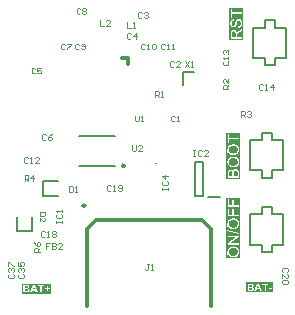
<source format=gto>
G04*
G04 #@! TF.GenerationSoftware,Altium Limited,Altium Designer,22.10.1 (41)*
G04*
G04 Layer_Color=65535*
%FSLAX44Y44*%
%MOMM*%
G71*
G04*
G04 #@! TF.SameCoordinates,4435170C-8FAF-4430-8920-974BABAA59A2*
G04*
G04*
G04 #@! TF.FilePolarity,Positive*
G04*
G01*
G75*
%ADD10C,0.1000*%
%ADD11C,0.2200*%
%ADD12C,0.2500*%
%ADD13C,0.3000*%
%ADD14C,0.2000*%
%ADD15C,0.1750*%
G36*
X930000Y802500D02*
X918070D01*
Y829990D01*
X930000D01*
Y802500D01*
D02*
G37*
G36*
X927500Y617500D02*
X915570D01*
Y668899D01*
X927500D01*
Y617500D01*
D02*
G37*
G36*
Y685000D02*
X915570D01*
Y723737D01*
X927500D01*
Y685000D01*
D02*
G37*
G36*
X955313Y588801D02*
X932686D01*
Y597199D01*
X955313D01*
Y588801D01*
D02*
G37*
G36*
X767280Y587801D02*
X742720D01*
Y596199D01*
X767280D01*
Y587801D01*
D02*
G37*
%LPC*%
G36*
X928833Y828990D02*
X919237D01*
Y821390D01*
X920374D01*
Y824552D01*
X928833D01*
Y825828D01*
X920374D01*
Y828990D01*
X928833D01*
D02*
G37*
G36*
X929000Y820364D02*
X919070D01*
X926143D01*
X925866Y820350D01*
X925602Y820309D01*
X925366Y820239D01*
X925172Y820170D01*
X925006Y820087D01*
X924881Y820031D01*
X924812Y819976D01*
X924784Y819962D01*
X924576Y819795D01*
X924382Y819601D01*
X924215Y819393D01*
X924063Y819185D01*
X923952Y819005D01*
X923869Y818852D01*
X923841Y818797D01*
X923813Y818755D01*
X923799Y818727D01*
Y818714D01*
X923744Y818603D01*
X923702Y818464D01*
X923647Y818311D01*
X923591Y818145D01*
X923494Y817798D01*
X923397Y817438D01*
X923355Y817271D01*
X923314Y817119D01*
X923272Y816966D01*
X923245Y816841D01*
X923217Y816744D01*
X923203Y816661D01*
X923189Y816606D01*
Y816592D01*
X923120Y816314D01*
X923064Y816065D01*
X922995Y815843D01*
X922940Y815649D01*
X922870Y815468D01*
X922815Y815316D01*
X922759Y815177D01*
X922718Y815052D01*
X922662Y814955D01*
X922620Y814872D01*
X922593Y814817D01*
X922551Y814761D01*
X922510Y814692D01*
X922496Y814678D01*
X922357Y814553D01*
X922218Y814470D01*
X922080Y814400D01*
X921941Y814359D01*
X921830Y814331D01*
X921733Y814317D01*
X921677D01*
X921650D01*
X921428Y814345D01*
X921234Y814400D01*
X921067Y814484D01*
X920915Y814581D01*
X920804Y814664D01*
X920707Y814747D01*
X920651Y814803D01*
X920637Y814830D01*
X920568Y814941D01*
X920499Y815052D01*
X920388Y815316D01*
X920318Y815593D01*
X920263Y815871D01*
X920235Y816120D01*
X920221Y816231D01*
X920207Y816314D01*
Y816508D01*
X920221Y816897D01*
X920277Y817244D01*
X920360Y817521D01*
X920443Y817757D01*
X920526Y817937D01*
X920610Y818076D01*
X920665Y818145D01*
X920679Y818173D01*
X920873Y818367D01*
X921081Y818519D01*
X921303Y818644D01*
X921525Y818727D01*
X921733Y818783D01*
X921886Y818824D01*
X921955Y818838D01*
X921996Y818852D01*
X922024D01*
X922038D01*
X921941Y820073D01*
X921636Y820045D01*
X921358Y819976D01*
X921095Y819906D01*
X920873Y819809D01*
X920693Y819726D01*
X920554Y819657D01*
X920512Y819629D01*
X920471Y819601D01*
X920457Y819587D01*
X920443D01*
X920207Y819407D01*
X919999Y819213D01*
X919819Y819005D01*
X919680Y818797D01*
X919556Y818616D01*
X919486Y818478D01*
X919458Y818422D01*
X919431Y818381D01*
X919417Y818353D01*
Y818339D01*
X919306Y818034D01*
X919223Y817701D01*
X919153Y817396D01*
X919112Y817105D01*
X919084Y816841D01*
Y816744D01*
X919070Y816647D01*
Y816758D01*
Y816467D01*
X919084Y816106D01*
X919126Y815787D01*
X919181Y815482D01*
X919237Y815219D01*
X919292Y815011D01*
X919320Y814914D01*
X919348Y814844D01*
X919375Y814789D01*
X919389Y814747D01*
X919403Y814719D01*
Y814706D01*
X919542Y814428D01*
X919694Y814179D01*
X919861Y813971D01*
X920013Y813804D01*
X920152Y813679D01*
X920263Y813582D01*
X920346Y813513D01*
X920360Y813499D01*
X920374D01*
X920610Y813360D01*
X920845Y813263D01*
X921081Y813194D01*
X921289Y813152D01*
X921469Y813125D01*
X921608Y813097D01*
X921664D01*
X921705D01*
X921719D01*
X921733D01*
X921969Y813111D01*
X922191Y813152D01*
X922399Y813208D01*
X922579Y813263D01*
X922718Y813319D01*
X922829Y813374D01*
X922898Y813416D01*
X922926Y813430D01*
X923120Y813568D01*
X923300Y813735D01*
X923453Y813901D01*
X923577Y814068D01*
X923688Y814206D01*
X923758Y814331D01*
X923813Y814414D01*
X923827Y814428D01*
Y814442D01*
X923883Y814553D01*
X923938Y814678D01*
X924035Y814955D01*
X924132Y815274D01*
X924229Y815579D01*
X924313Y815857D01*
X924340Y815982D01*
X924368Y816093D01*
X924396Y816176D01*
X924409Y816245D01*
X924423Y816287D01*
Y816301D01*
X924479Y816536D01*
X924534Y816758D01*
X924590Y816952D01*
X924631Y817119D01*
X924673Y817285D01*
X924715Y817424D01*
X924742Y817549D01*
X924784Y817646D01*
X924812Y817743D01*
X924826Y817812D01*
X924867Y817923D01*
X924881Y817992D01*
X924895Y818006D01*
X924978Y818214D01*
X925075Y818395D01*
X925172Y818547D01*
X925256Y818658D01*
X925339Y818755D01*
X925394Y818811D01*
X925436Y818852D01*
X925450Y818866D01*
X925574Y818963D01*
X925713Y819033D01*
X925852Y819074D01*
X925963Y819116D01*
X926074Y819130D01*
X926157Y819144D01*
X926226D01*
X926240D01*
X926407Y819130D01*
X926559Y819102D01*
X926698Y819060D01*
X926809Y819005D01*
X926920Y818949D01*
X926989Y818908D01*
X927045Y818880D01*
X927058Y818866D01*
X927197Y818755D01*
X927308Y818616D01*
X927405Y818478D01*
X927502Y818353D01*
X927558Y818228D01*
X927613Y818131D01*
X927641Y818062D01*
X927655Y818034D01*
X927724Y817826D01*
X927780Y817604D01*
X927807Y817382D01*
X927835Y817188D01*
X927849Y817022D01*
X927863Y816883D01*
Y816758D01*
X927849Y816453D01*
X927821Y816176D01*
X927780Y815926D01*
X927724Y815704D01*
X927669Y815524D01*
X927627Y815385D01*
X927613Y815344D01*
X927599Y815302D01*
X927585Y815288D01*
Y815274D01*
X927474Y815052D01*
X927350Y814844D01*
X927225Y814692D01*
X927100Y814553D01*
X927003Y814442D01*
X926906Y814373D01*
X926850Y814331D01*
X926836Y814317D01*
X926656Y814220D01*
X926462Y814123D01*
X926254Y814068D01*
X926074Y814012D01*
X925893Y813971D01*
X925769Y813943D01*
X925713D01*
X925672Y813929D01*
X925658D01*
X925644D01*
X925755Y812736D01*
D01*
X926102Y812764D01*
X926434Y812820D01*
X926726Y812903D01*
X926989Y813000D01*
X927197Y813097D01*
X927280Y813139D01*
X927350Y813166D01*
X927405Y813208D01*
X927447Y813222D01*
X927474Y813250D01*
X927488D01*
X927752Y813457D01*
X927988Y813679D01*
X928182Y813915D01*
X928348Y814137D01*
X928473Y814331D01*
X928556Y814498D01*
X928584Y814553D01*
X928612Y814595D01*
X928625Y814622D01*
Y814636D01*
X928750Y814983D01*
X928847Y815344D01*
X928903Y815704D01*
X928958Y816051D01*
X928972Y816217D01*
X928986Y816356D01*
Y816481D01*
X929000Y816592D01*
Y816814D01*
X928986Y817188D01*
X928944Y817535D01*
X928875Y817854D01*
X928806Y818117D01*
X928750Y818339D01*
X928709Y818436D01*
X928681Y818519D01*
X928653Y818575D01*
X928639Y818616D01*
X928625Y818644D01*
Y818658D01*
X928473Y818949D01*
X928307Y819199D01*
X928126Y819421D01*
X927960Y819601D01*
X927821Y819740D01*
X927696Y819837D01*
X927613Y819906D01*
X927599Y819920D01*
X927585D01*
X927322Y820073D01*
X927072Y820184D01*
X926836Y820253D01*
X926615Y820309D01*
X926420Y820336D01*
X926268Y820364D01*
X929000D01*
D02*
G37*
G36*
X928833Y811932D02*
X926226Y810282D01*
X925949Y810088D01*
X925699Y809907D01*
X925491Y809727D01*
X925297Y809574D01*
X925158Y809436D01*
X925048Y809325D01*
X924978Y809255D01*
X924950Y809228D01*
X924867Y809117D01*
X924770Y808992D01*
X924618Y808742D01*
X924562Y808631D01*
X924507Y808548D01*
X924479Y808493D01*
X924465Y808465D01*
X924423Y808715D01*
X924382Y808950D01*
X924313Y809158D01*
X924257Y809366D01*
X924188Y809547D01*
X924104Y809713D01*
X924035Y809866D01*
X923966Y810004D01*
X923883Y810115D01*
X923813Y810226D01*
X923758Y810309D01*
X923702Y810379D01*
X923661Y810434D01*
X923619Y810476D01*
X923605Y810490D01*
X923591Y810503D01*
X923453Y810614D01*
X923314Y810725D01*
X923023Y810892D01*
X922731Y811003D01*
X922454Y811086D01*
X922218Y811142D01*
X922121Y811155D01*
X922024D01*
X921955Y811169D01*
X921899D01*
X921872D01*
X921858D01*
X921566Y811155D01*
X921303Y811114D01*
X921053Y811044D01*
X920845Y810975D01*
X920665Y810892D01*
X920526Y810836D01*
X920443Y810781D01*
X920429Y810767D01*
X920415D01*
X920193Y810601D01*
X919999Y810434D01*
X919833Y810254D01*
X919708Y810088D01*
X919611Y809935D01*
X919556Y809810D01*
X919514Y809727D01*
X919500Y809713D01*
Y809699D01*
X919458Y809574D01*
X919417Y809422D01*
X919348Y809117D01*
X919306Y808784D01*
X919264Y808479D01*
X919250Y808187D01*
Y808063D01*
X919237Y807952D01*
Y803500D01*
X928833D01*
Y806842D01*
Y804776D01*
X924576D01*
Y806412D01*
X924590Y806565D01*
Y806676D01*
X924604Y806773D01*
X924618Y806842D01*
Y806898D01*
X924631Y806926D01*
Y806939D01*
X924701Y807161D01*
X924742Y807258D01*
X924784Y807342D01*
X924826Y807425D01*
X924853Y807480D01*
X924867Y807508D01*
X924881Y807522D01*
X924964Y807633D01*
X925061Y807744D01*
X925269Y807952D01*
X925366Y808049D01*
X925450Y808118D01*
X925505Y808160D01*
X925519Y808174D01*
X925713Y808312D01*
X925921Y808465D01*
X926143Y808617D01*
X926351Y808770D01*
X926545Y808895D01*
X926698Y808992D01*
X926753Y809034D01*
X926795Y809061D01*
X926823Y809089D01*
X926836D01*
X928833Y810351D01*
Y811932D01*
D02*
G37*
%LPD*%
G36*
X922038Y809852D02*
X922205Y809824D01*
X922343Y809782D01*
X922468Y809741D01*
X922579Y809685D01*
X922662Y809644D01*
X922718Y809616D01*
X922731Y809602D01*
X922870Y809505D01*
X922995Y809380D01*
X923092Y809255D01*
X923175Y809130D01*
X923231Y809020D01*
X923272Y808936D01*
X923300Y808881D01*
X923314Y808853D01*
X923369Y808659D01*
X923411Y808437D01*
X923439Y808215D01*
X923453Y807993D01*
X923466Y807799D01*
X923480Y807633D01*
Y804776D01*
X920304D01*
Y807799D01*
X920318Y808174D01*
X920374Y808493D01*
X920443Y808770D01*
X920526Y808978D01*
X920610Y809158D01*
X920679Y809269D01*
X920734Y809339D01*
X920748Y809366D01*
X920929Y809533D01*
X921109Y809658D01*
X921303Y809741D01*
X921469Y809810D01*
X921636Y809838D01*
X921761Y809852D01*
X921844Y809866D01*
X921858D01*
X921872D01*
X922038Y809852D01*
D02*
G37*
%LPC*%
G36*
X926334Y667899D02*
X916737D01*
Y661409D01*
X926334D01*
Y662685D01*
X921979D01*
Y667192D01*
X920842D01*
Y662685D01*
X917874D01*
Y667899D01*
X926334D01*
D02*
G37*
G36*
Y659703D02*
X916737D01*
Y653213D01*
X926334D01*
Y654489D01*
X921979D01*
Y658996D01*
X920842D01*
Y654489D01*
X917874D01*
Y659703D01*
X926334D01*
D02*
G37*
G36*
X926500Y651521D02*
X916570D01*
Y642340D01*
D01*
Y646930D01*
X916584Y646556D01*
X916626Y646209D01*
X916695Y645876D01*
X916778Y645557D01*
X916889Y645266D01*
X917000Y644989D01*
X917125Y644739D01*
X917250Y644517D01*
X917375Y644309D01*
X917499Y644129D01*
X917610Y643976D01*
X917721Y643851D01*
X917804Y643754D01*
X917874Y643671D01*
X917915Y643630D01*
X917929Y643616D01*
X918193Y643394D01*
X918470Y643200D01*
X918775Y643019D01*
X919080Y642881D01*
X919399Y642756D01*
X919705Y642645D01*
X920010Y642562D01*
X920301Y642506D01*
X920578Y642451D01*
X920842Y642409D01*
X921077Y642381D01*
X921272Y642354D01*
X921438D01*
X921563Y642340D01*
X926500D01*
X921674D01*
X922145Y642367D01*
X922575Y642423D01*
X922991Y642506D01*
X923172Y642562D01*
X923352Y642617D01*
X923504Y642659D01*
X923643Y642714D01*
X923768Y642756D01*
X923879Y642797D01*
X923962Y642825D01*
X924018Y642853D01*
X924059Y642881D01*
X924073D01*
X924475Y643116D01*
X924822Y643366D01*
X925127Y643643D01*
X925377Y643907D01*
X925585Y644143D01*
X925668Y644240D01*
X925723Y644323D01*
X925779Y644406D01*
X925820Y644462D01*
X925834Y644489D01*
X925848Y644503D01*
X925959Y644711D01*
X926056Y644919D01*
X926223Y645335D01*
X926334Y645738D01*
X926417Y646112D01*
X926444Y646292D01*
X926458Y646445D01*
X926486Y646583D01*
Y646708D01*
X926500Y646792D01*
Y646930D01*
X926472Y647388D01*
X926403Y647818D01*
X926320Y648220D01*
X926264Y648400D01*
X926209Y648567D01*
X926153Y648719D01*
X926098Y648858D01*
X926056Y648969D01*
X926015Y649066D01*
X925973Y649149D01*
X925945Y649219D01*
X925918Y649246D01*
Y649260D01*
X925668Y649648D01*
X925390Y649981D01*
X925099Y650259D01*
X924822Y650494D01*
X924558Y650689D01*
X924461Y650758D01*
X924364Y650813D01*
X924281Y650869D01*
X924226Y650897D01*
X924184Y650924D01*
X924170D01*
X923948Y651035D01*
X923726Y651118D01*
X923282Y651271D01*
X922839Y651382D01*
X922437Y651451D01*
X922256Y651465D01*
X922090Y651493D01*
X921937Y651507D01*
X921813D01*
X921702Y651521D01*
X926500D01*
D02*
G37*
G36*
Y641688D02*
X916570D01*
Y637957D01*
D01*
Y640745D01*
X926500Y637957D01*
Y638900D01*
X916570Y641688D01*
X926500D01*
D02*
G37*
G36*
X926334Y636862D02*
X916737D01*
Y629304D01*
X926334D01*
Y636862D01*
D02*
G37*
G36*
X926500Y627681D02*
X916570D01*
Y618500D01*
D01*
Y623090D01*
X916584Y622716D01*
X916626Y622369D01*
X916695Y622036D01*
X916778Y621717D01*
X916889Y621426D01*
X917000Y621149D01*
X917125Y620899D01*
X917250Y620677D01*
X917375Y620469D01*
X917499Y620289D01*
X917610Y620136D01*
X917721Y620012D01*
X917804Y619915D01*
X917874Y619831D01*
X917915Y619790D01*
X917929Y619776D01*
X918193Y619554D01*
X918470Y619360D01*
X918775Y619180D01*
X919080Y619041D01*
X919399Y618916D01*
X919705Y618805D01*
X920010Y618722D01*
X920301Y618666D01*
X920578Y618611D01*
X920842Y618569D01*
X921077Y618542D01*
X921272Y618514D01*
X921438D01*
X921563Y618500D01*
X926500D01*
X921674D01*
X922145Y618528D01*
X922575Y618583D01*
X922991Y618666D01*
X923172Y618722D01*
X923352Y618777D01*
X923504Y618819D01*
X923643Y618875D01*
X923768Y618916D01*
X923879Y618958D01*
X923962Y618985D01*
X924018Y619013D01*
X924059Y619041D01*
X924073D01*
X924475Y619277D01*
X924822Y619526D01*
X925127Y619804D01*
X925377Y620067D01*
X925585Y620303D01*
X925668Y620400D01*
X925723Y620483D01*
X925779Y620566D01*
X925820Y620622D01*
X925834Y620650D01*
X925848Y620663D01*
X925959Y620872D01*
X926056Y621079D01*
X926223Y621496D01*
X926334Y621898D01*
X926417Y622272D01*
X926444Y622453D01*
X926458Y622605D01*
X926486Y622744D01*
Y622869D01*
X926500Y622952D01*
Y623090D01*
X926472Y623548D01*
X926403Y623978D01*
X926320Y624380D01*
X926264Y624561D01*
X926209Y624727D01*
X926153Y624879D01*
X926098Y625018D01*
X926056Y625129D01*
X926015Y625226D01*
X925973Y625309D01*
X925945Y625379D01*
X925918Y625406D01*
Y625420D01*
X925668Y625809D01*
X925390Y626142D01*
X925099Y626419D01*
X924822Y626655D01*
X924558Y626849D01*
X924461Y626918D01*
X924364Y626974D01*
X924281Y627029D01*
X924226Y627057D01*
X924184Y627085D01*
X924170D01*
X923948Y627196D01*
X923726Y627279D01*
X923282Y627431D01*
X922839Y627542D01*
X922437Y627612D01*
X922256Y627625D01*
X922090Y627653D01*
X921937Y627667D01*
X921813D01*
X921702Y627681D01*
X926500D01*
D02*
G37*
%LPD*%
G36*
X921036Y651493D02*
X920551Y651438D01*
X920329Y651396D01*
X920107Y651340D01*
X919912Y651285D01*
X919732Y651243D01*
X919566Y651188D01*
X919413Y651132D01*
X919288Y651091D01*
X919177Y651035D01*
X919094Y651008D01*
X919039Y650980D01*
X918997Y650952D01*
X918983D01*
X918581Y650730D01*
X918221Y650467D01*
X917915Y650189D01*
X917666Y649940D01*
X917472Y649704D01*
X917389Y649593D01*
X917319Y649510D01*
X917278Y649426D01*
X917236Y649371D01*
X917222Y649343D01*
X917208Y649330D01*
X917097Y649121D01*
X917000Y648913D01*
X916834Y648511D01*
X916723Y648095D01*
X916653Y647735D01*
X916626Y647568D01*
X916598Y647402D01*
X916584Y647277D01*
Y647152D01*
X916570Y647055D01*
Y651521D01*
X921563D01*
X921036Y651493D01*
D02*
G37*
G36*
X921882Y650203D02*
X922201Y650175D01*
X922506Y650134D01*
X922783Y650078D01*
X923033Y649995D01*
X923269Y649926D01*
X923491Y649843D01*
X923685Y649759D01*
X923851Y649662D01*
X924004Y649579D01*
X924128Y649510D01*
X924226Y649440D01*
X924309Y649371D01*
X924378Y649330D01*
X924406Y649302D01*
X924420Y649288D01*
X924600Y649108D01*
X924753Y648913D01*
X924877Y648719D01*
X925002Y648525D01*
X925099Y648331D01*
X925169Y648123D01*
X925238Y647943D01*
X925294Y647748D01*
X925335Y647582D01*
X925363Y647416D01*
X925390Y647277D01*
X925404Y647152D01*
Y647055D01*
X925418Y646986D01*
Y646916D01*
X925404Y646653D01*
X925377Y646403D01*
X925321Y646181D01*
X925266Y645959D01*
X925182Y645751D01*
X925099Y645557D01*
X925016Y645377D01*
X924919Y645210D01*
X924822Y645072D01*
X924739Y644947D01*
X924656Y644836D01*
X924572Y644739D01*
X924517Y644670D01*
X924461Y644614D01*
X924434Y644586D01*
X924420Y644573D01*
X924226Y644406D01*
X924018Y644268D01*
X923796Y644143D01*
X923574Y644032D01*
X923338Y643949D01*
X923116Y643865D01*
X922672Y643754D01*
X922478Y643727D01*
X922284Y643699D01*
X922118Y643671D01*
X921979Y643657D01*
X921854Y643643D01*
X921757D01*
X921702D01*
X921688D01*
X921299Y643657D01*
X920939Y643685D01*
X920592Y643727D01*
X920287Y643796D01*
X920010Y643865D01*
X919760Y643949D01*
X919524Y644046D01*
X919330Y644129D01*
X919150Y644226D01*
X918997Y644309D01*
X918872Y644392D01*
X918775Y644462D01*
X918692Y644531D01*
X918637Y644573D01*
X918609Y644600D01*
X918595Y644614D01*
X918429Y644794D01*
X918290Y644989D01*
X918165Y645183D01*
X918054Y645391D01*
X917971Y645585D01*
X917888Y645779D01*
X917777Y646140D01*
X917749Y646306D01*
X917721Y646459D01*
X917694Y646583D01*
X917680Y646708D01*
X917666Y646805D01*
Y646930D01*
X917680Y647277D01*
X917735Y647610D01*
X917818Y647901D01*
X917902Y648151D01*
X917999Y648359D01*
X918040Y648442D01*
X918068Y648511D01*
X918110Y648581D01*
X918123Y648622D01*
X918151Y648636D01*
Y648650D01*
X918345Y648913D01*
X918567Y649149D01*
X918789Y649357D01*
X919011Y649524D01*
X919205Y649648D01*
X919372Y649745D01*
X919427Y649773D01*
X919469Y649801D01*
X919497Y649815D01*
X919510D01*
X919843Y649954D01*
X920204Y650051D01*
X920537Y650120D01*
X920856Y650162D01*
X921008Y650189D01*
X921133Y650203D01*
X921258D01*
X921355Y650217D01*
X921438D01*
X921494D01*
X921535D01*
X921549D01*
X921882Y650203D01*
D02*
G37*
G36*
X916737Y630607D02*
Y635641D01*
X924281D01*
X916737Y630607D01*
D02*
G37*
G36*
X926334Y630524D02*
X918803D01*
X926334Y635544D01*
Y630524D01*
D02*
G37*
G36*
X921036Y627653D02*
X920551Y627598D01*
X920329Y627556D01*
X920107Y627501D01*
X919912Y627445D01*
X919732Y627403D01*
X919566Y627348D01*
X919413Y627293D01*
X919288Y627251D01*
X919177Y627196D01*
X919094Y627168D01*
X919039Y627140D01*
X918997Y627112D01*
X918983D01*
X918581Y626890D01*
X918221Y626627D01*
X917915Y626349D01*
X917666Y626100D01*
X917472Y625864D01*
X917389Y625753D01*
X917319Y625670D01*
X917278Y625587D01*
X917236Y625531D01*
X917222Y625504D01*
X917208Y625490D01*
X917097Y625282D01*
X917000Y625074D01*
X916834Y624671D01*
X916723Y624255D01*
X916653Y623895D01*
X916626Y623728D01*
X916598Y623562D01*
X916584Y623437D01*
Y623312D01*
X916570Y623215D01*
Y627681D01*
X921563D01*
X921036Y627653D01*
D02*
G37*
G36*
X921882Y626363D02*
X922201Y626336D01*
X922506Y626294D01*
X922783Y626239D01*
X923033Y626155D01*
X923269Y626086D01*
X923491Y626003D01*
X923685Y625920D01*
X923851Y625822D01*
X924004Y625739D01*
X924128Y625670D01*
X924226Y625601D01*
X924309Y625531D01*
X924378Y625490D01*
X924406Y625462D01*
X924420Y625448D01*
X924600Y625268D01*
X924753Y625074D01*
X924877Y624879D01*
X925002Y624685D01*
X925099Y624491D01*
X925169Y624283D01*
X925238Y624103D01*
X925294Y623909D01*
X925335Y623742D01*
X925363Y623576D01*
X925390Y623437D01*
X925404Y623312D01*
Y623215D01*
X925418Y623146D01*
Y623077D01*
X925404Y622813D01*
X925377Y622563D01*
X925321Y622342D01*
X925266Y622120D01*
X925182Y621912D01*
X925099Y621717D01*
X925016Y621537D01*
X924919Y621371D01*
X924822Y621232D01*
X924739Y621107D01*
X924656Y620996D01*
X924572Y620899D01*
X924517Y620830D01*
X924461Y620774D01*
X924434Y620747D01*
X924420Y620733D01*
X924226Y620566D01*
X924018Y620428D01*
X923796Y620303D01*
X923574Y620192D01*
X923338Y620109D01*
X923116Y620025D01*
X922672Y619915D01*
X922478Y619887D01*
X922284Y619859D01*
X922118Y619831D01*
X921979Y619818D01*
X921854Y619804D01*
X921757D01*
X921702D01*
X921688D01*
X921299Y619818D01*
X920939Y619845D01*
X920592Y619887D01*
X920287Y619956D01*
X920010Y620025D01*
X919760Y620109D01*
X919524Y620206D01*
X919330Y620289D01*
X919150Y620386D01*
X918997Y620469D01*
X918872Y620552D01*
X918775Y620622D01*
X918692Y620691D01*
X918637Y620733D01*
X918609Y620761D01*
X918595Y620774D01*
X918429Y620955D01*
X918290Y621149D01*
X918165Y621343D01*
X918054Y621551D01*
X917971Y621745D01*
X917888Y621939D01*
X917777Y622300D01*
X917749Y622466D01*
X917721Y622619D01*
X917694Y622744D01*
X917680Y622869D01*
X917666Y622966D01*
Y623090D01*
X917680Y623437D01*
X917735Y623770D01*
X917818Y624061D01*
X917902Y624311D01*
X917999Y624519D01*
X918040Y624602D01*
X918068Y624671D01*
X918110Y624741D01*
X918123Y624782D01*
X918151Y624796D01*
Y624810D01*
X918345Y625074D01*
X918567Y625309D01*
X918789Y625517D01*
X919011Y625684D01*
X919205Y625809D01*
X919372Y625906D01*
X919427Y625933D01*
X919469Y625961D01*
X919497Y625975D01*
X919510D01*
X919843Y626114D01*
X920204Y626211D01*
X920537Y626280D01*
X920856Y626322D01*
X921008Y626349D01*
X921133Y626363D01*
X921258D01*
X921355Y626377D01*
X921438D01*
X921494D01*
X921535D01*
X921549D01*
X921882Y626363D01*
D02*
G37*
%LPC*%
G36*
X926334Y722737D02*
Y719575D01*
X917874D01*
Y722737D01*
X926334D01*
X916737D01*
Y715137D01*
X917874D01*
Y718299D01*
X926334D01*
Y722737D01*
D02*
G37*
G36*
X926500Y714222D02*
X916570D01*
Y705041D01*
D01*
Y709632D01*
X916584Y709257D01*
X916626Y708911D01*
X916695Y708578D01*
X916778Y708259D01*
X916889Y707968D01*
X917000Y707690D01*
X917125Y707440D01*
X917250Y707219D01*
X917375Y707011D01*
X917499Y706830D01*
X917610Y706678D01*
X917721Y706553D01*
X917804Y706456D01*
X917874Y706373D01*
X917915Y706331D01*
X917929Y706317D01*
X918193Y706095D01*
X918470Y705901D01*
X918775Y705721D01*
X919080Y705582D01*
X919399Y705457D01*
X919705Y705346D01*
X920010Y705263D01*
X920301Y705208D01*
X920578Y705152D01*
X920842Y705111D01*
X921077Y705083D01*
X921272Y705055D01*
X921438D01*
X921563Y705041D01*
X926500D01*
X921674D01*
X922145Y705069D01*
X922575Y705125D01*
X922991Y705208D01*
X923172Y705263D01*
X923352Y705319D01*
X923504Y705360D01*
X923643Y705416D01*
X923768Y705457D01*
X923879Y705499D01*
X923962Y705527D01*
X924018Y705554D01*
X924059Y705582D01*
X924073D01*
X924475Y705818D01*
X924822Y706068D01*
X925127Y706345D01*
X925377Y706608D01*
X925585Y706844D01*
X925668Y706941D01*
X925723Y707025D01*
X925779Y707108D01*
X925820Y707163D01*
X925834Y707191D01*
X925848Y707205D01*
X925959Y707413D01*
X926056Y707621D01*
X926223Y708037D01*
X926334Y708439D01*
X926417Y708813D01*
X926444Y708994D01*
X926458Y709146D01*
X926486Y709285D01*
Y709410D01*
X926500Y709493D01*
Y709632D01*
X926472Y710089D01*
X926403Y710519D01*
X926320Y710921D01*
X926264Y711102D01*
X926209Y711268D01*
X926153Y711421D01*
X926098Y711560D01*
X926056Y711670D01*
X926015Y711768D01*
X925973Y711851D01*
X925945Y711920D01*
X925918Y711948D01*
Y711962D01*
X925668Y712350D01*
X925390Y712683D01*
X925099Y712960D01*
X924822Y713196D01*
X924558Y713390D01*
X924461Y713459D01*
X924364Y713515D01*
X924281Y713570D01*
X924226Y713598D01*
X924184Y713626D01*
X924170D01*
X923948Y713737D01*
X923726Y713820D01*
X923282Y713973D01*
X922839Y714083D01*
X922437Y714153D01*
X922256Y714167D01*
X922090Y714194D01*
X921937Y714208D01*
X921813D01*
X921702Y714222D01*
X926500D01*
D02*
G37*
G36*
Y703793D02*
X916570D01*
X921563D01*
X921036Y703765D01*
X920551Y703710D01*
X920329Y703668D01*
X920107Y703613D01*
X919912Y703557D01*
X919732Y703516D01*
X919566Y703460D01*
X919413Y703405D01*
X919288Y703363D01*
X919177Y703308D01*
X919094Y703280D01*
X919039Y703252D01*
X918997Y703225D01*
X918983D01*
X918581Y703003D01*
X918221Y702739D01*
X917915Y702462D01*
X917666Y702212D01*
X917472Y701976D01*
X917389Y701865D01*
X917319Y701782D01*
X917278Y701699D01*
X917236Y701644D01*
X917222Y701616D01*
X917208Y701602D01*
X917097Y701394D01*
X917000Y701186D01*
X916834Y700784D01*
X916723Y700368D01*
X916653Y700007D01*
X916626Y699841D01*
X916598Y699674D01*
X916584Y699549D01*
Y699425D01*
X916570Y699327D01*
Y699425D01*
Y699203D01*
X916584Y698828D01*
X916626Y698482D01*
X916695Y698149D01*
X916778Y697830D01*
X916889Y697539D01*
X917000Y697261D01*
X917125Y697011D01*
X917250Y696790D01*
X917375Y696582D01*
X917499Y696401D01*
X917610Y696249D01*
X917721Y696124D01*
X917804Y696027D01*
X917874Y695944D01*
X917915Y695902D01*
X917929Y695888D01*
X918193Y695666D01*
X918470Y695472D01*
X918775Y695292D01*
X919080Y695153D01*
X919399Y695028D01*
X919705Y694917D01*
X920010Y694834D01*
X920301Y694779D01*
X920578Y694723D01*
X920842Y694682D01*
X921077Y694654D01*
X921272Y694626D01*
X921438D01*
X921563Y694612D01*
X926500D01*
X921674D01*
X922145Y694640D01*
X922575Y694696D01*
X922991Y694779D01*
X923172Y694834D01*
X923352Y694890D01*
X923504Y694931D01*
X923643Y694987D01*
X923768Y695028D01*
X923879Y695070D01*
X923962Y695098D01*
X924018Y695125D01*
X924059Y695153D01*
X924073D01*
X924475Y695389D01*
X924822Y695639D01*
X925127Y695916D01*
X925377Y696179D01*
X925585Y696415D01*
X925668Y696512D01*
X925723Y696596D01*
X925779Y696679D01*
X925820Y696734D01*
X925834Y696762D01*
X925848Y696776D01*
X925959Y696984D01*
X926056Y697192D01*
X926223Y697608D01*
X926334Y698010D01*
X926417Y698384D01*
X926444Y698565D01*
X926458Y698717D01*
X926486Y698856D01*
Y698981D01*
X926500Y699064D01*
Y699203D01*
X926472Y699660D01*
X926403Y700090D01*
X926320Y700492D01*
X926264Y700673D01*
X926209Y700839D01*
X926153Y700992D01*
X926098Y701130D01*
X926056Y701241D01*
X926015Y701338D01*
X925973Y701422D01*
X925945Y701491D01*
X925918Y701519D01*
Y701533D01*
X925668Y701921D01*
X925390Y702254D01*
X925099Y702531D01*
X924822Y702767D01*
X924558Y702961D01*
X924461Y703030D01*
X924364Y703086D01*
X924281Y703141D01*
X924226Y703169D01*
X924184Y703197D01*
X924170D01*
X923948Y703308D01*
X923726Y703391D01*
X923282Y703543D01*
X922839Y703654D01*
X922437Y703724D01*
X922256Y703738D01*
X922090Y703765D01*
X921937Y703779D01*
X921813D01*
X921702Y703793D01*
X926500D01*
D02*
G37*
G36*
X923657Y693253D02*
X923546D01*
X923241Y693239D01*
X922964Y693184D01*
X922728Y693101D01*
X922506Y693017D01*
X922339Y692934D01*
X922215Y692851D01*
X922132Y692795D01*
X922104Y692782D01*
X921882Y692588D01*
X921702Y692380D01*
X921549Y692144D01*
X921424Y691936D01*
X921327Y691741D01*
X921272Y691575D01*
X921244Y691520D01*
X921230Y691478D01*
X921216Y691450D01*
Y691436D01*
X921077Y691672D01*
X920939Y691880D01*
X920786Y692047D01*
X920648Y692185D01*
X920537Y692296D01*
X920426Y692380D01*
X920370Y692421D01*
X920342Y692435D01*
X920134Y692546D01*
X919940Y692629D01*
X919746Y692698D01*
X919566Y692740D01*
X919413Y692768D01*
X919288Y692782D01*
X919219D01*
X919191D01*
X918956Y692768D01*
X918720Y692726D01*
X918512Y692657D01*
X918318Y692588D01*
X918151Y692518D01*
X918040Y692449D01*
X917957Y692407D01*
X917929Y692393D01*
X917721Y692241D01*
X917527Y692074D01*
X917375Y691894D01*
X917250Y691728D01*
X917153Y691589D01*
X917083Y691464D01*
X917042Y691381D01*
X917028Y691367D01*
Y691353D01*
X916931Y691090D01*
X916861Y690798D01*
X916806Y690507D01*
X916778Y690230D01*
X916750Y689980D01*
Y689869D01*
X916737Y689772D01*
Y686000D01*
X926334D01*
Y689661D01*
X926320Y689994D01*
X926306Y690285D01*
X926278Y690549D01*
X926250Y690771D01*
X926223Y690951D01*
X926209Y691090D01*
X926181Y691173D01*
Y691201D01*
X926112Y691436D01*
X926042Y691631D01*
X925959Y691811D01*
X925876Y691963D01*
X925820Y692088D01*
X925765Y692185D01*
X925723Y692241D01*
X925710Y692255D01*
X925585Y692407D01*
X925432Y692546D01*
X925280Y692657D01*
X925141Y692768D01*
X925002Y692851D01*
X924905Y692906D01*
X924836Y692948D01*
X924808Y692962D01*
X924586Y693059D01*
X924364Y693128D01*
X924156Y693184D01*
X923962Y693212D01*
X923796Y693239D01*
X923657Y693253D01*
D02*
G37*
%LPD*%
G36*
X921036Y714194D02*
X920551Y714139D01*
X920329Y714097D01*
X920107Y714042D01*
X919912Y713986D01*
X919732Y713945D01*
X919566Y713889D01*
X919413Y713834D01*
X919288Y713792D01*
X919177Y713737D01*
X919094Y713709D01*
X919039Y713681D01*
X918997Y713654D01*
X918983D01*
X918581Y713432D01*
X918221Y713168D01*
X917915Y712891D01*
X917666Y712641D01*
X917472Y712405D01*
X917389Y712294D01*
X917319Y712211D01*
X917278Y712128D01*
X917236Y712073D01*
X917222Y712045D01*
X917208Y712031D01*
X917097Y711823D01*
X917000Y711615D01*
X916834Y711213D01*
X916723Y710797D01*
X916653Y710436D01*
X916626Y710270D01*
X916598Y710103D01*
X916584Y709978D01*
Y709854D01*
X916570Y709757D01*
Y714222D01*
X921563D01*
X921036Y714194D01*
D02*
G37*
G36*
X921882Y712905D02*
X922201Y712877D01*
X922506Y712835D01*
X922783Y712780D01*
X923033Y712697D01*
X923269Y712627D01*
X923491Y712544D01*
X923685Y712461D01*
X923851Y712364D01*
X924004Y712281D01*
X924128Y712211D01*
X924226Y712142D01*
X924309Y712073D01*
X924378Y712031D01*
X924406Y712003D01*
X924420Y711989D01*
X924600Y711809D01*
X924753Y711615D01*
X924877Y711421D01*
X925002Y711227D01*
X925099Y711032D01*
X925169Y710824D01*
X925238Y710644D01*
X925294Y710450D01*
X925335Y710284D01*
X925363Y710117D01*
X925390Y709978D01*
X925404Y709854D01*
Y709757D01*
X925418Y709687D01*
Y709618D01*
X925404Y709354D01*
X925377Y709105D01*
X925321Y708883D01*
X925266Y708661D01*
X925182Y708453D01*
X925099Y708259D01*
X925016Y708079D01*
X924919Y707912D01*
X924822Y707773D01*
X924739Y707649D01*
X924656Y707538D01*
X924572Y707440D01*
X924517Y707371D01*
X924461Y707316D01*
X924434Y707288D01*
X924420Y707274D01*
X924226Y707108D01*
X924018Y706969D01*
X923796Y706844D01*
X923574Y706733D01*
X923338Y706650D01*
X923116Y706567D01*
X922672Y706456D01*
X922478Y706428D01*
X922284Y706400D01*
X922118Y706373D01*
X921979Y706359D01*
X921854Y706345D01*
X921757D01*
X921702D01*
X921688D01*
X921299Y706359D01*
X920939Y706386D01*
X920592Y706428D01*
X920287Y706497D01*
X920010Y706567D01*
X919760Y706650D01*
X919524Y706747D01*
X919330Y706830D01*
X919150Y706927D01*
X918997Y707011D01*
X918872Y707094D01*
X918775Y707163D01*
X918692Y707233D01*
X918637Y707274D01*
X918609Y707302D01*
X918595Y707316D01*
X918429Y707496D01*
X918290Y707690D01*
X918165Y707884D01*
X918054Y708092D01*
X917971Y708287D01*
X917888Y708481D01*
X917777Y708841D01*
X917749Y709008D01*
X917721Y709160D01*
X917694Y709285D01*
X917680Y709410D01*
X917666Y709507D01*
Y709632D01*
X917680Y709978D01*
X917735Y710311D01*
X917818Y710602D01*
X917902Y710852D01*
X917999Y711060D01*
X918040Y711143D01*
X918068Y711213D01*
X918110Y711282D01*
X918123Y711324D01*
X918151Y711338D01*
Y711351D01*
X918345Y711615D01*
X918567Y711851D01*
X918789Y712059D01*
X919011Y712225D01*
X919205Y712350D01*
X919372Y712447D01*
X919427Y712475D01*
X919469Y712503D01*
X919497Y712516D01*
X919510D01*
X919843Y712655D01*
X920204Y712752D01*
X920537Y712822D01*
X920856Y712863D01*
X921008Y712891D01*
X921133Y712905D01*
X921258D01*
X921355Y712919D01*
X921438D01*
X921494D01*
X921535D01*
X921549D01*
X921882Y712905D01*
D02*
G37*
G36*
Y702476D02*
X922201Y702448D01*
X922506Y702406D01*
X922783Y702351D01*
X923033Y702268D01*
X923269Y702198D01*
X923491Y702115D01*
X923685Y702032D01*
X923851Y701935D01*
X924004Y701852D01*
X924128Y701782D01*
X924226Y701713D01*
X924309Y701644D01*
X924378Y701602D01*
X924406Y701574D01*
X924420Y701560D01*
X924600Y701380D01*
X924753Y701186D01*
X924877Y700992D01*
X925002Y700798D01*
X925099Y700603D01*
X925169Y700395D01*
X925238Y700215D01*
X925294Y700021D01*
X925335Y699855D01*
X925363Y699688D01*
X925390Y699549D01*
X925404Y699425D01*
Y699327D01*
X925418Y699258D01*
Y699189D01*
X925404Y698925D01*
X925377Y698676D01*
X925321Y698454D01*
X925266Y698232D01*
X925182Y698024D01*
X925099Y697830D01*
X925016Y697650D01*
X924919Y697483D01*
X924822Y697344D01*
X924739Y697219D01*
X924656Y697109D01*
X924572Y697011D01*
X924517Y696942D01*
X924461Y696887D01*
X924434Y696859D01*
X924420Y696845D01*
X924226Y696679D01*
X924018Y696540D01*
X923796Y696415D01*
X923574Y696304D01*
X923338Y696221D01*
X923116Y696138D01*
X922672Y696027D01*
X922478Y695999D01*
X922284Y695971D01*
X922118Y695944D01*
X921979Y695930D01*
X921854Y695916D01*
X921757D01*
X921702D01*
X921688D01*
X921299Y695930D01*
X920939Y695957D01*
X920592Y695999D01*
X920287Y696068D01*
X920010Y696138D01*
X919760Y696221D01*
X919524Y696318D01*
X919330Y696401D01*
X919150Y696498D01*
X918997Y696582D01*
X918872Y696665D01*
X918775Y696734D01*
X918692Y696804D01*
X918637Y696845D01*
X918609Y696873D01*
X918595Y696887D01*
X918429Y697067D01*
X918290Y697261D01*
X918165Y697455D01*
X918054Y697663D01*
X917971Y697858D01*
X917888Y698052D01*
X917777Y698412D01*
X917749Y698579D01*
X917721Y698731D01*
X917694Y698856D01*
X917680Y698981D01*
X917666Y699078D01*
Y699203D01*
X917680Y699549D01*
X917735Y699882D01*
X917818Y700173D01*
X917902Y700423D01*
X917999Y700631D01*
X918040Y700714D01*
X918068Y700784D01*
X918110Y700853D01*
X918123Y700895D01*
X918151Y700909D01*
Y700922D01*
X918345Y701186D01*
X918567Y701422D01*
X918789Y701630D01*
X919011Y701796D01*
X919205Y701921D01*
X919372Y702018D01*
X919427Y702046D01*
X919469Y702074D01*
X919497Y702087D01*
X919510D01*
X919843Y702226D01*
X920204Y702323D01*
X920537Y702392D01*
X920856Y702434D01*
X921008Y702462D01*
X921133Y702476D01*
X921258D01*
X921355Y702489D01*
X921438D01*
X921494D01*
X921535D01*
X921549D01*
X921882Y702476D01*
D02*
G37*
G36*
X923712Y691936D02*
X923879Y691922D01*
X924018Y691894D01*
X924128Y691852D01*
X924226Y691811D01*
X924309Y691783D01*
X924350Y691769D01*
X924364Y691755D01*
X924489Y691672D01*
X924600Y691603D01*
X924683Y691506D01*
X924766Y691436D01*
X924822Y691367D01*
X924864Y691312D01*
X924891Y691270D01*
X924905Y691256D01*
X925016Y691020D01*
X925099Y690785D01*
X925127Y690687D01*
X925141Y690604D01*
X925155Y690549D01*
Y690535D01*
X925169Y690424D01*
X925182Y690299D01*
X925196Y690008D01*
Y687276D01*
X921896D01*
Y689800D01*
X921923Y690091D01*
X921951Y690327D01*
X921979Y690521D01*
X922007Y690674D01*
X922034Y690798D01*
X922048Y690854D01*
X922062Y690882D01*
X922132Y691062D01*
X922215Y691215D01*
X922312Y691353D01*
X922409Y691464D01*
X922492Y691547D01*
X922561Y691603D01*
X922617Y691644D01*
X922631Y691658D01*
X922783Y691755D01*
X922936Y691825D01*
X923088Y691880D01*
X923227Y691908D01*
X923352Y691936D01*
X923463Y691949D01*
X923518D01*
X923546D01*
X923712Y691936D01*
D02*
G37*
G36*
X919524Y691520D02*
X919691Y691492D01*
X919829Y691450D01*
X919940Y691409D01*
X920037Y691367D01*
X920120Y691326D01*
X920162Y691298D01*
X920176Y691284D01*
X920287Y691187D01*
X920398Y691062D01*
X920481Y690937D01*
X920537Y690826D01*
X920592Y690715D01*
X920634Y690632D01*
X920648Y690577D01*
X920661Y690549D01*
X920689Y690396D01*
X920717Y690202D01*
X920731Y690008D01*
X920745Y689814D01*
X920759Y689633D01*
Y687276D01*
X917874D01*
Y689550D01*
X917902Y689855D01*
X917915Y690091D01*
X917943Y690299D01*
X917971Y690452D01*
X917985Y690549D01*
X918012Y690618D01*
Y690632D01*
X918068Y690785D01*
X918151Y690923D01*
X918234Y691034D01*
X918318Y691131D01*
X918387Y691201D01*
X918456Y691256D01*
X918498Y691284D01*
X918512Y691298D01*
X918651Y691381D01*
X918789Y691436D01*
X918928Y691478D01*
X919066Y691506D01*
X919177Y691520D01*
X919261Y691534D01*
X919316D01*
X919344D01*
X919524Y691520D01*
D02*
G37*
%LPC*%
G36*
X954314Y592741D02*
X951900D01*
Y591511D01*
X954314D01*
Y592741D01*
D02*
G37*
G36*
X951216Y596199D02*
X946140D01*
Y595117D01*
X948036D01*
Y589801D01*
X949330D01*
Y595117D01*
X951216D01*
Y596199D01*
D02*
G37*
G36*
X943330D02*
X941961D01*
X939483Y589801D01*
X940852D01*
X941379Y591253D01*
X943949D01*
X944504Y589801D01*
X945900D01*
X943330Y596199D01*
D02*
G37*
G36*
X936497D02*
X933687D01*
Y589801D01*
X936460D01*
X936617Y589810D01*
X936895D01*
X937006Y589819D01*
X937181D01*
X937246Y589829D01*
X937338D01*
X937375Y589838D01*
X937412D01*
X937597Y589866D01*
X937764Y589912D01*
X937912Y589958D01*
X938041Y590014D01*
X938143Y590060D01*
X938217Y590106D01*
X938263Y590134D01*
X938282Y590143D01*
X938411Y590245D01*
X938513Y590356D01*
X938614Y590457D01*
X938688Y590568D01*
X938753Y590661D01*
X938799Y590735D01*
X938827Y590781D01*
X938836Y590800D01*
X938901Y590957D01*
X938957Y591105D01*
X938994Y591253D01*
X939012Y591382D01*
X939031Y591493D01*
X939040Y591576D01*
Y591650D01*
X939031Y591854D01*
X938994Y592038D01*
X938938Y592196D01*
X938883Y592344D01*
X938827Y592454D01*
X938772Y592538D01*
X938735Y592593D01*
X938725Y592612D01*
X938596Y592760D01*
X938457Y592880D01*
X938300Y592981D01*
X938161Y593055D01*
X938032Y593120D01*
X937921Y593166D01*
X937884Y593176D01*
X937856Y593185D01*
X937838Y593194D01*
X937829D01*
X937977Y593277D01*
X938106Y593361D01*
X938217Y593462D01*
X938309Y593545D01*
X938374Y593629D01*
X938429Y593693D01*
X938466Y593740D01*
X938476Y593758D01*
X938559Y593906D01*
X938624Y594045D01*
X938661Y594183D01*
X938698Y594313D01*
X938716Y594424D01*
X938725Y594507D01*
Y594562D01*
Y594572D01*
Y594581D01*
X938716Y594729D01*
X938698Y594877D01*
X938661Y594997D01*
X938624Y595108D01*
X938587Y595201D01*
X938550Y595274D01*
X938531Y595311D01*
X938522Y595330D01*
X938448Y595450D01*
X938365Y595552D01*
X938282Y595644D01*
X938208Y595728D01*
X938134Y595783D01*
X938078Y595829D01*
X938041Y595857D01*
X938032Y595866D01*
X937921Y595940D01*
X937801Y595996D01*
X937690Y596042D01*
X937588Y596079D01*
X937496Y596106D01*
X937431Y596125D01*
X937385Y596134D01*
X937366D01*
X937209Y596153D01*
X937033Y596171D01*
X936849Y596180D01*
X936664Y596190D01*
X936497Y596199D01*
D02*
G37*
%LPD*%
G36*
X943533Y592334D02*
X941767D01*
X942636Y594710D01*
X943533Y592334D01*
D02*
G37*
G36*
X936368Y595126D02*
X936608D01*
X936664Y595117D01*
X936765D01*
X936802Y595108D01*
X936812D01*
X936923Y595089D01*
X937024Y595062D01*
X937107Y595025D01*
X937181Y594988D01*
X937228Y594951D01*
X937274Y594914D01*
X937292Y594895D01*
X937302Y594886D01*
X937357Y594812D01*
X937394Y594729D01*
X937431Y594655D01*
X937449Y594581D01*
X937459Y594507D01*
X937468Y594452D01*
Y594415D01*
Y594405D01*
X937459Y594294D01*
X937440Y594193D01*
X937403Y594109D01*
X937375Y594035D01*
X937338Y593971D01*
X937302Y593934D01*
X937283Y593906D01*
X937274Y593897D01*
X937200Y593832D01*
X937117Y593786D01*
X937033Y593749D01*
X936950Y593721D01*
X936867Y593693D01*
X936812Y593684D01*
X936775Y593675D01*
X936719D01*
X936664Y593666D01*
X936377D01*
X936220Y593656D01*
X934981D01*
Y595136D01*
X936266D01*
X936368Y595126D01*
D02*
G37*
G36*
X936451Y592584D02*
X936562Y592575D01*
X936673D01*
X936765Y592565D01*
X936849Y592556D01*
X936913Y592547D01*
X936978Y592538D01*
X937024Y592528D01*
X937098Y592519D01*
X937144Y592501D01*
X937154D01*
X937246Y592464D01*
X937329Y592417D01*
X937403Y592371D01*
X937459Y592316D01*
X937505Y592279D01*
X937533Y592242D01*
X937551Y592214D01*
X937560Y592205D01*
X937607Y592122D01*
X937644Y592038D01*
X937671Y591964D01*
X937690Y591881D01*
X937699Y591817D01*
X937708Y591761D01*
Y591724D01*
Y591715D01*
X937699Y591595D01*
X937681Y591484D01*
X937653Y591391D01*
X937616Y591317D01*
X937579Y591253D01*
X937551Y591206D01*
X937533Y591179D01*
X937523Y591169D01*
X937449Y591105D01*
X937375Y591049D01*
X937292Y591003D01*
X937218Y590966D01*
X937154Y590947D01*
X937098Y590929D01*
X937061Y590920D01*
X937052D01*
X937015Y590910D01*
X936960D01*
X936839Y590901D01*
X936691Y590892D01*
X936543D01*
X936405Y590883D01*
X934981D01*
Y592593D01*
X936321D01*
X936451Y592584D01*
D02*
G37*
%LPC*%
G36*
X764597Y594182D02*
X763478D01*
Y592527D01*
X761805D01*
Y591381D01*
X763478D01*
Y589726D01*
X764597D01*
Y591381D01*
X766280D01*
Y592527D01*
X764597D01*
Y594182D01*
D02*
G37*
G36*
X761250Y595199D02*
X756174D01*
Y594117D01*
X758070D01*
Y588801D01*
X759364D01*
Y594117D01*
X761250D01*
Y595199D01*
D02*
G37*
G36*
X753363D02*
X751995D01*
X749517Y588801D01*
X750886D01*
X751413Y590253D01*
X753983D01*
X754538Y588801D01*
X755934D01*
X753363Y595199D01*
D02*
G37*
G36*
X746531D02*
X743720D01*
Y588801D01*
X746494D01*
X746651Y588810D01*
X746929D01*
X747039Y588820D01*
X747215D01*
X747280Y588829D01*
X747372D01*
X747409Y588838D01*
X747446D01*
X747631Y588866D01*
X747798Y588912D01*
X747946Y588958D01*
X748075Y589014D01*
X748177Y589060D01*
X748251Y589106D01*
X748297Y589134D01*
X748315Y589143D01*
X748445Y589245D01*
X748547Y589356D01*
X748648Y589458D01*
X748722Y589568D01*
X748787Y589661D01*
X748833Y589735D01*
X748861Y589781D01*
X748870Y589800D01*
X748935Y589957D01*
X748990Y590105D01*
X749027Y590253D01*
X749046Y590382D01*
X749064Y590493D01*
X749074Y590576D01*
Y590650D01*
X749064Y590854D01*
X749027Y591039D01*
X748972Y591196D01*
X748916Y591344D01*
X748861Y591455D01*
X748805Y591538D01*
X748768Y591593D01*
X748759Y591612D01*
X748630Y591760D01*
X748491Y591880D01*
X748334Y591982D01*
X748195Y592056D01*
X748066Y592120D01*
X747955Y592166D01*
X747918Y592176D01*
X747890Y592185D01*
X747872Y592194D01*
X747862D01*
X748010Y592277D01*
X748140Y592361D01*
X748251Y592462D01*
X748343Y592546D01*
X748408Y592629D01*
X748463Y592693D01*
X748500Y592740D01*
X748510Y592758D01*
X748593Y592906D01*
X748658Y593045D01*
X748695Y593183D01*
X748732Y593313D01*
X748750Y593424D01*
X748759Y593507D01*
Y593563D01*
Y593572D01*
Y593581D01*
X748750Y593729D01*
X748732Y593877D01*
X748695Y593997D01*
X748658Y594108D01*
X748621Y594201D01*
X748584Y594274D01*
X748565Y594311D01*
X748556Y594330D01*
X748482Y594450D01*
X748399Y594552D01*
X748315Y594644D01*
X748242Y594728D01*
X748167Y594783D01*
X748112Y594829D01*
X748075Y594857D01*
X748066Y594866D01*
X747955Y594940D01*
X747835Y594996D01*
X747724Y595042D01*
X747622Y595079D01*
X747530Y595107D01*
X747465Y595125D01*
X747419Y595134D01*
X747400D01*
X747243Y595153D01*
X747067Y595171D01*
X746882Y595181D01*
X746697Y595190D01*
X746531Y595199D01*
D02*
G37*
%LPD*%
G36*
X753567Y591334D02*
X751801D01*
X752670Y593710D01*
X753567Y591334D01*
D02*
G37*
G36*
X746402Y594127D02*
X746642D01*
X746697Y594117D01*
X746799D01*
X746836Y594108D01*
X746845D01*
X746956Y594090D01*
X747058Y594062D01*
X747141Y594025D01*
X747215Y593988D01*
X747261Y593951D01*
X747308Y593914D01*
X747326Y593895D01*
X747335Y593886D01*
X747391Y593812D01*
X747428Y593729D01*
X747465Y593655D01*
X747483Y593581D01*
X747493Y593507D01*
X747502Y593452D01*
Y593415D01*
Y593405D01*
X747493Y593294D01*
X747474Y593193D01*
X747437Y593110D01*
X747409Y593036D01*
X747372Y592971D01*
X747335Y592934D01*
X747317Y592906D01*
X747308Y592897D01*
X747234Y592832D01*
X747150Y592786D01*
X747067Y592749D01*
X746984Y592721D01*
X746901Y592693D01*
X746845Y592684D01*
X746808Y592675D01*
X746753D01*
X746697Y592666D01*
X746411D01*
X746254Y592656D01*
X745015D01*
Y594136D01*
X746300D01*
X746402Y594127D01*
D02*
G37*
G36*
X746485Y591584D02*
X746596Y591575D01*
X746707D01*
X746799Y591566D01*
X746882Y591556D01*
X746947Y591547D01*
X747012Y591538D01*
X747058Y591529D01*
X747132Y591519D01*
X747178Y591501D01*
X747188D01*
X747280Y591464D01*
X747363Y591418D01*
X747437Y591371D01*
X747493Y591316D01*
X747539Y591279D01*
X747567Y591242D01*
X747585Y591214D01*
X747594Y591205D01*
X747641Y591122D01*
X747678Y591039D01*
X747705Y590965D01*
X747724Y590881D01*
X747733Y590817D01*
X747742Y590761D01*
Y590724D01*
Y590715D01*
X747733Y590595D01*
X747714Y590484D01*
X747687Y590391D01*
X747650Y590317D01*
X747613Y590253D01*
X747585Y590206D01*
X747567Y590179D01*
X747557Y590169D01*
X747483Y590105D01*
X747409Y590049D01*
X747326Y590003D01*
X747252Y589966D01*
X747188Y589948D01*
X747132Y589929D01*
X747095Y589920D01*
X747086D01*
X747049Y589911D01*
X746993D01*
X746873Y589901D01*
X746725Y589892D01*
X746577D01*
X746439Y589883D01*
X745015D01*
Y591593D01*
X746355D01*
X746485Y591584D01*
D02*
G37*
D10*
X857000Y698000D02*
G03*
X856000Y698000I-500J0D01*
G01*
D02*
G03*
X857000Y698000I500J0D01*
G01*
X850000Y612499D02*
X848334D01*
X849167D01*
Y608334D01*
X848334Y607501D01*
X847501D01*
X846668Y608334D01*
X851666Y607501D02*
X853332D01*
X852499D01*
Y612499D01*
X851666Y611666D01*
X861001Y675752D02*
Y677418D01*
Y676585D01*
X865999D01*
Y675752D01*
Y677418D01*
X861834Y683250D02*
X861001Y682417D01*
Y680751D01*
X861834Y679917D01*
X865166D01*
X865999Y680751D01*
Y682417D01*
X865166Y683250D01*
X865999Y687415D02*
X861001D01*
X863500Y684916D01*
Y688248D01*
X880668Y784499D02*
X884000Y779501D01*
Y784499D02*
X880668Y779501D01*
X885666D02*
X887332D01*
X886499D01*
Y784499D01*
X885666Y783666D01*
X835835Y713499D02*
Y709334D01*
X836668Y708501D01*
X838334D01*
X839167Y709334D01*
Y713499D01*
X844165Y708501D02*
X840833D01*
X844165Y711833D01*
Y712666D01*
X843332Y713499D01*
X841666D01*
X840833Y712666D01*
X838668Y738499D02*
Y734334D01*
X839501Y733501D01*
X841167D01*
X842000Y734334D01*
Y738499D01*
X843666Y733501D02*
X845332D01*
X844499D01*
Y738499D01*
X843666Y737666D01*
X757499Y622835D02*
X752501D01*
Y625334D01*
X753334Y626167D01*
X755000D01*
X755833Y625334D01*
Y622835D01*
Y624501D02*
X757499Y626167D01*
X752501Y631165D02*
X753334Y629499D01*
X755000Y627833D01*
X756666D01*
X757499Y628666D01*
Y630332D01*
X756666Y631165D01*
X755833D01*
X755000Y630332D01*
Y627833D01*
X744835Y683501D02*
Y688499D01*
X747334D01*
X748167Y687666D01*
Y686000D01*
X747334Y685167D01*
X744835D01*
X746501D02*
X748167Y683501D01*
X752332D02*
Y688499D01*
X749833Y686000D01*
X753165D01*
X928335Y737501D02*
Y742499D01*
X930834D01*
X931667Y741666D01*
Y740000D01*
X930834Y739167D01*
X928335D01*
X930001D02*
X931667Y737501D01*
X933333Y741666D02*
X934166Y742499D01*
X935832D01*
X936665Y741666D01*
Y740833D01*
X935832Y740000D01*
X934999D01*
X935832D01*
X936665Y739167D01*
Y738334D01*
X935832Y737501D01*
X934166D01*
X933333Y738334D01*
X917499Y760835D02*
X912501D01*
Y763334D01*
X913334Y764167D01*
X915000D01*
X915833Y763334D01*
Y760835D01*
Y762501D02*
X917499Y764167D01*
Y769165D02*
Y765833D01*
X914167Y769165D01*
X913334D01*
X912501Y768332D01*
Y766666D01*
X913334Y765833D01*
X855668Y754501D02*
Y759499D01*
X858167D01*
X859000Y758666D01*
Y757000D01*
X858167Y756167D01*
X855668D01*
X857334D02*
X859000Y754501D01*
X860666D02*
X862332D01*
X861499D01*
Y759499D01*
X860666Y758666D01*
X808835Y819499D02*
Y814501D01*
X812167D01*
X817165D02*
X813833D01*
X817165Y817833D01*
Y818666D01*
X816332Y819499D01*
X814666D01*
X813833Y818666D01*
X831668Y817499D02*
Y812501D01*
X835000D01*
X836666D02*
X838332D01*
X837499D01*
Y817499D01*
X836666Y816666D01*
X887252Y709499D02*
X888918D01*
X888085D01*
Y704501D01*
X887252D01*
X888918D01*
X894750Y708666D02*
X893916Y709499D01*
X892250D01*
X891417Y708666D01*
Y705334D01*
X892250Y704501D01*
X893916D01*
X894750Y705334D01*
X899748Y704501D02*
X896416D01*
X899748Y707833D01*
Y708666D01*
X898915Y709499D01*
X897249D01*
X896416Y708666D01*
X771501Y647585D02*
Y649251D01*
Y648418D01*
X776499D01*
Y647585D01*
Y649251D01*
X772334Y655083D02*
X771501Y654250D01*
Y652583D01*
X772334Y651750D01*
X775666D01*
X776499Y652583D01*
Y654250D01*
X775666Y655083D01*
X776499Y656749D02*
Y658415D01*
Y657582D01*
X771501D01*
X772334Y656749D01*
X766668Y630499D02*
X763335D01*
Y628000D01*
X765002D01*
X763335D01*
Y625501D01*
X768334Y630499D02*
Y625501D01*
X770833D01*
X771666Y626334D01*
Y627167D01*
X770833Y628000D01*
X768334D01*
X770833D01*
X771666Y628833D01*
Y629666D01*
X770833Y630499D01*
X768334D01*
X776665Y625501D02*
X773332D01*
X776665Y628833D01*
Y629666D01*
X775831Y630499D01*
X774165D01*
X773332Y629666D01*
X762499Y657165D02*
X757501D01*
Y654666D01*
X758334Y653833D01*
X761666D01*
X762499Y654666D01*
Y657165D01*
X757501Y648835D02*
Y652167D01*
X760833Y648835D01*
X761666D01*
X762499Y649668D01*
Y651334D01*
X761666Y652167D01*
X782668Y678499D02*
Y673501D01*
X785167D01*
X786000Y674334D01*
Y677666D01*
X785167Y678499D01*
X782668D01*
X787666Y673501D02*
X789332D01*
X788499D01*
Y678499D01*
X787666Y677666D01*
X731334Y604668D02*
X730501Y603835D01*
Y602169D01*
X731334Y601335D01*
X734666D01*
X735499Y602169D01*
Y603835D01*
X734666Y604668D01*
X731334Y606334D02*
X730501Y607167D01*
Y608833D01*
X731334Y609666D01*
X732167D01*
X733000Y608833D01*
Y608000D01*
Y608833D01*
X733833Y609666D01*
X734666D01*
X735499Y608833D01*
Y607167D01*
X734666Y606334D01*
X730501Y611332D02*
Y614664D01*
X731334D01*
X734666Y611332D01*
X735499D01*
X740334Y604668D02*
X739501Y603835D01*
Y602169D01*
X740334Y601335D01*
X743666D01*
X744499Y602169D01*
Y603835D01*
X743666Y604668D01*
X740334Y606334D02*
X739501Y607167D01*
Y608833D01*
X740334Y609666D01*
X741167D01*
X742000Y608833D01*
Y608000D01*
Y608833D01*
X742833Y609666D01*
X743666D01*
X744499Y608833D01*
Y607167D01*
X743666Y606334D01*
X739501Y614664D02*
Y611332D01*
X742000D01*
X741167Y612998D01*
Y613831D01*
X742000Y614664D01*
X743666D01*
X744499Y613831D01*
Y612165D01*
X743666Y611332D01*
X966666Y605832D02*
X967499Y606665D01*
Y608331D01*
X966666Y609164D01*
X963334D01*
X962501Y608331D01*
Y606665D01*
X963334Y605832D01*
X962501Y600834D02*
Y604166D01*
X965833Y600834D01*
X966666D01*
X967499Y601667D01*
Y603333D01*
X966666Y604166D01*
Y599168D02*
X967499Y598335D01*
Y596669D01*
X966666Y595835D01*
X963334D01*
X962501Y596669D01*
Y598335D01*
X963334Y599168D01*
X966666D01*
X818084Y678666D02*
X817251Y679499D01*
X815585D01*
X814752Y678666D01*
Y675334D01*
X815585Y674501D01*
X817251D01*
X818084Y675334D01*
X819750Y674501D02*
X821416D01*
X820583D01*
Y679499D01*
X819750Y678666D01*
X823916Y675334D02*
X824749Y674501D01*
X826415D01*
X827248Y675334D01*
Y678666D01*
X826415Y679499D01*
X824749D01*
X823916Y678666D01*
Y677833D01*
X824749Y677000D01*
X827248D01*
X762084Y639666D02*
X761251Y640499D01*
X759585D01*
X758752Y639666D01*
Y636334D01*
X759585Y635501D01*
X761251D01*
X762084Y636334D01*
X763750Y635501D02*
X765416D01*
X764584D01*
Y640499D01*
X763750Y639666D01*
X767916D02*
X768749Y640499D01*
X770415D01*
X771248Y639666D01*
Y638833D01*
X770415Y638000D01*
X771248Y637167D01*
Y636334D01*
X770415Y635501D01*
X768749D01*
X767916Y636334D01*
Y637167D01*
X768749Y638000D01*
X767916Y638833D01*
Y639666D01*
X768749Y638000D02*
X770415D01*
X947084Y764166D02*
X946251Y764999D01*
X944585D01*
X943752Y764166D01*
Y760834D01*
X944585Y760001D01*
X946251D01*
X947084Y760834D01*
X948750Y760001D02*
X950416D01*
X949584D01*
Y764999D01*
X948750Y764166D01*
X955415Y760001D02*
Y764999D01*
X952916Y762500D01*
X956248D01*
X913334Y784584D02*
X912501Y783751D01*
Y782085D01*
X913334Y781252D01*
X916666D01*
X917499Y782085D01*
Y783751D01*
X916666Y784584D01*
X917499Y786250D02*
Y787916D01*
Y787083D01*
X912501D01*
X913334Y786250D01*
Y790416D02*
X912501Y791249D01*
Y792915D01*
X913334Y793748D01*
X914167D01*
X915000Y792915D01*
Y792082D01*
Y792915D01*
X915833Y793748D01*
X916666D01*
X917499Y792915D01*
Y791249D01*
X916666Y790416D01*
X748084Y702666D02*
X747251Y703499D01*
X745585D01*
X744752Y702666D01*
Y699334D01*
X745585Y698501D01*
X747251D01*
X748084Y699334D01*
X749750Y698501D02*
X751416D01*
X750583D01*
Y703499D01*
X749750Y702666D01*
X757248Y698501D02*
X753916D01*
X757248Y701833D01*
Y702666D01*
X756415Y703499D01*
X754749D01*
X753916Y702666D01*
X863917Y798666D02*
X863084Y799499D01*
X861418D01*
X860585Y798666D01*
Y795334D01*
X861418Y794501D01*
X863084D01*
X863917Y795334D01*
X865583Y794501D02*
X867250D01*
X866416D01*
Y799499D01*
X865583Y798666D01*
X869749Y794501D02*
X871415D01*
X870582D01*
Y799499D01*
X869749Y798666D01*
X847084D02*
X846251Y799499D01*
X844585D01*
X843752Y798666D01*
Y795334D01*
X844585Y794501D01*
X846251D01*
X847084Y795334D01*
X848750Y794501D02*
X850416D01*
X849583D01*
Y799499D01*
X848750Y798666D01*
X852916D02*
X853749Y799499D01*
X855415D01*
X856248Y798666D01*
Y795334D01*
X855415Y794501D01*
X853749D01*
X852916Y795334D01*
Y798666D01*
X791167D02*
X790334Y799499D01*
X788668D01*
X787835Y798666D01*
Y795334D01*
X788668Y794501D01*
X790334D01*
X791167Y795334D01*
X792833D02*
X793666Y794501D01*
X795332D01*
X796165Y795334D01*
Y798666D01*
X795332Y799499D01*
X793666D01*
X792833Y798666D01*
Y797833D01*
X793666Y797000D01*
X796165D01*
X792167Y828666D02*
X791334Y829499D01*
X789668D01*
X788835Y828666D01*
Y825334D01*
X789668Y824501D01*
X791334D01*
X792167Y825334D01*
X793833Y828666D02*
X794666Y829499D01*
X796332D01*
X797165Y828666D01*
Y827833D01*
X796332Y827000D01*
X797165Y826167D01*
Y825334D01*
X796332Y824501D01*
X794666D01*
X793833Y825334D01*
Y826167D01*
X794666Y827000D01*
X793833Y827833D01*
Y828666D01*
X794666Y827000D02*
X796332D01*
X779167Y798666D02*
X778334Y799499D01*
X776668D01*
X775835Y798666D01*
Y795334D01*
X776668Y794501D01*
X778334D01*
X779167Y795334D01*
X780833Y799499D02*
X784165D01*
Y798666D01*
X780833Y795334D01*
Y794501D01*
X763167Y721666D02*
X762334Y722499D01*
X760668D01*
X759835Y721666D01*
Y718334D01*
X760668Y717501D01*
X762334D01*
X763167Y718334D01*
X768165Y722499D02*
X766499Y721666D01*
X764833Y720000D01*
Y718334D01*
X765666Y717501D01*
X767332D01*
X768165Y718334D01*
Y719167D01*
X767332Y720000D01*
X764833D01*
X754047Y778286D02*
X753214Y779119D01*
X751548D01*
X750715Y778286D01*
Y774954D01*
X751548Y774121D01*
X753214D01*
X754047Y774954D01*
X759046Y779119D02*
X755714D01*
Y776620D01*
X757380Y777453D01*
X758213D01*
X759046Y776620D01*
Y774954D01*
X758213Y774121D01*
X756547D01*
X755714Y774954D01*
X835167Y807666D02*
X834334Y808499D01*
X832668D01*
X831835Y807666D01*
Y804334D01*
X832668Y803501D01*
X834334D01*
X835167Y804334D01*
X839332Y803501D02*
Y808499D01*
X836833Y806000D01*
X840165D01*
X844167Y825666D02*
X843334Y826499D01*
X841668D01*
X840835Y825666D01*
Y822334D01*
X841668Y821501D01*
X843334D01*
X844167Y822334D01*
X845833Y825666D02*
X846666Y826499D01*
X848332D01*
X849165Y825666D01*
Y824833D01*
X848332Y824000D01*
X847499D01*
X848332D01*
X849165Y823167D01*
Y822334D01*
X848332Y821501D01*
X846666D01*
X845833Y822334D01*
X871167Y783666D02*
X870334Y784499D01*
X868668D01*
X867835Y783666D01*
Y780334D01*
X868668Y779501D01*
X870334D01*
X871167Y780334D01*
X876165Y779501D02*
X872833D01*
X876165Y782833D01*
Y783666D01*
X875332Y784499D01*
X873666D01*
X872833Y783666D01*
X872000Y737666D02*
X871167Y738499D01*
X869501D01*
X868668Y737666D01*
Y734334D01*
X869501Y733501D01*
X871167D01*
X872000Y734334D01*
X873666Y733501D02*
X875332D01*
X874499D01*
Y738499D01*
X873666Y737666D01*
D11*
X829500Y696000D02*
G03*
X829500Y696000I-1000J0D01*
G01*
D12*
X796250Y662500D02*
G03*
X796250Y662500I-1250J0D01*
G01*
D13*
X805000Y650000D02*
X895000D01*
X797500Y642500D02*
X805000Y650000D01*
X895000D02*
X902500Y642500D01*
Y577500D02*
Y642500D01*
X797500Y577500D02*
Y642500D01*
X827500Y787500D02*
X832500D01*
Y782500D02*
Y787500D01*
D14*
X878750Y775000D02*
X888365D01*
X878750Y764443D02*
Y775000D01*
X791000Y721000D02*
X821000D01*
X791000Y696000D02*
X821000D01*
X948500Y781000D02*
X956500D01*
X948500D02*
Y787000D01*
X938500D02*
X948500D01*
X938500D02*
Y813000D01*
X948500D01*
Y819000D01*
X956500D01*
Y813000D02*
Y819000D01*
Y813000D02*
X966500D01*
Y787000D02*
Y813000D01*
X956500Y787000D02*
X966500D01*
X956500Y781000D02*
Y787000D01*
X946000Y686000D02*
X954000D01*
X946000D02*
Y692000D01*
X936000D02*
X946000D01*
X936000D02*
Y718000D01*
X946000D01*
Y724000D01*
X954000D01*
Y718000D02*
Y724000D01*
Y718000D02*
X964000D01*
Y692000D02*
Y718000D01*
X954000Y692000D02*
X964000D01*
X954000Y686000D02*
Y692000D01*
X946000Y661000D02*
X954000D01*
Y655000D02*
Y661000D01*
Y655000D02*
X964000D01*
Y629000D02*
Y655000D01*
X954000Y629000D02*
X964000D01*
X954000Y623000D02*
Y629000D01*
X946000Y623000D02*
X954000D01*
X946000D02*
Y629000D01*
X936000D02*
X946000D01*
X936000D02*
Y655000D01*
X946000D01*
Y661000D01*
X888750Y670500D02*
X896250D01*
X888750D02*
Y699500D01*
X896250D01*
Y670500D02*
Y699500D01*
X899750Y669250D02*
X910250D01*
D15*
X760500Y682971D02*
X773028D01*
X760500Y670029D02*
Y682971D01*
Y670029D02*
X773028D01*
X738028Y640500D02*
Y653028D01*
Y640500D02*
X750972D01*
Y653028D01*
M02*

</source>
